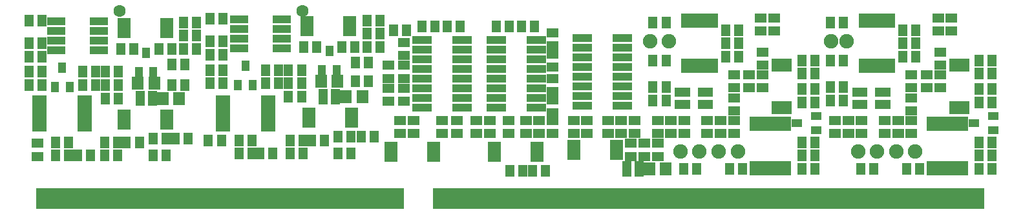
<source format=gts>
G04 #@! TF.FileFunction,Soldermask,Top*
%FSLAX46Y46*%
G04 Gerber Fmt 4.6, Leading zero omitted, Abs format (unit mm)*
G04 Created by KiCad (PCBNEW (2015-11-11 BZR 6310, Git 8f79b4f)-product) date 2016-01-24 11:52:22 AM*
%MOMM*%
G01*
G04 APERTURE LIST*
%ADD10C,0.100000*%
%ADD11R,1.543000X1.797000*%
%ADD12R,1.212800X1.543000*%
%ADD13R,1.543000X1.212800*%
%ADD14R,1.101040X1.400760*%
%ADD15R,1.400760X1.101040*%
%ADD16R,1.197560X0.798780*%
%ADD17R,0.798780X1.197560*%
%ADD18R,1.850000X0.850000*%
%ADD19R,0.850000X1.850000*%
%ADD20R,0.699720X1.700480*%
%ADD21R,2.398980X0.999440*%
%ADD22R,1.700480X0.699720*%
%ADD23R,0.850000X1.900000*%
%ADD24R,2.599640X0.999440*%
%ADD25R,1.200000X2.700000*%
%ADD26C,1.600000*%
%ADD27C,1.900000*%
G04 APERTURE END LIST*
D10*
D11*
X91420500Y-74000000D03*
X93579500Y-74000000D03*
D12*
X88750000Y-83500000D03*
X87048200Y-83500000D03*
X180100900Y-74750000D03*
X178399100Y-74750000D03*
X96298200Y-81250000D03*
X98000000Y-81250000D03*
D13*
X173250000Y-71600900D03*
X173250000Y-69899100D03*
X169500000Y-72899100D03*
X169500000Y-74600900D03*
D12*
X88850900Y-74250000D03*
X87149100Y-74250000D03*
X95850900Y-69500000D03*
X94149100Y-69500000D03*
X99100900Y-69500000D03*
X97399100Y-69500000D03*
X158899100Y-76250000D03*
X160600900Y-76250000D03*
D11*
X115420500Y-73750000D03*
X117579500Y-73750000D03*
D12*
X113100900Y-83250000D03*
X111399100Y-83250000D03*
X120649100Y-81000000D03*
X122350900Y-81000000D03*
X112850900Y-74000000D03*
X111149100Y-74000000D03*
X119850900Y-69250000D03*
X118149100Y-69250000D03*
X203350900Y-74750000D03*
X201649100Y-74750000D03*
X123100900Y-69250000D03*
X121399100Y-69250000D03*
D13*
X196500000Y-71600900D03*
X196500000Y-69899100D03*
X192750000Y-72899100D03*
X192750000Y-74600900D03*
D12*
X182149100Y-76250000D03*
X183850900Y-76250000D03*
D13*
X126250000Y-74649100D03*
X126250000Y-76350900D03*
X131250000Y-78899100D03*
X131250000Y-80600900D03*
X140000000Y-78899100D03*
X140000000Y-80600900D03*
X145750000Y-73399100D03*
X145750000Y-75100900D03*
X150250000Y-80600900D03*
X150250000Y-78899100D03*
X157750000Y-81899100D03*
X157750000Y-83600900D03*
D14*
X81500000Y-71980000D03*
X82452500Y-74520000D03*
X80547500Y-74520000D03*
X105500000Y-71730000D03*
X106452500Y-74270000D03*
X104547500Y-74270000D03*
X92500000Y-69980000D03*
X93452500Y-72520000D03*
X91547500Y-72520000D03*
D15*
X177730000Y-79250000D03*
X180270000Y-78297500D03*
X180270000Y-80202500D03*
D16*
X93297560Y-76647700D03*
X93297560Y-76000000D03*
X93297560Y-75352300D03*
X91702440Y-75352300D03*
X91702440Y-76000000D03*
X91702440Y-76647700D03*
D17*
X162102300Y-76797560D03*
X162750000Y-76797560D03*
X163397700Y-76797560D03*
X163397700Y-75202440D03*
X162750000Y-75202440D03*
X162102300Y-75202440D03*
X165102300Y-76797560D03*
X165750000Y-76797560D03*
X166397700Y-76797560D03*
X166397700Y-75202440D03*
X165750000Y-75202440D03*
X165102300Y-75202440D03*
D14*
X116500000Y-69730000D03*
X117452500Y-72270000D03*
X115547500Y-72270000D03*
D16*
X117297560Y-76397700D03*
X117297560Y-75750000D03*
X117297560Y-75102300D03*
X115702440Y-75102300D03*
X115702440Y-75750000D03*
X115702440Y-76397700D03*
D15*
X200980000Y-79250000D03*
X203520000Y-78297500D03*
X203520000Y-80202500D03*
D17*
X185352300Y-76797560D03*
X186000000Y-76797560D03*
X186647700Y-76797560D03*
X186647700Y-75202440D03*
X186000000Y-75202440D03*
X185352300Y-75202440D03*
X188352300Y-76797560D03*
X189000000Y-76797560D03*
X189647700Y-76797560D03*
X189647700Y-75202440D03*
X189000000Y-75202440D03*
X188352300Y-75202440D03*
D16*
X155452440Y-84602300D03*
X155452440Y-85250000D03*
X155452440Y-85897700D03*
X157047560Y-85897700D03*
X157047560Y-85250000D03*
X157047560Y-84602300D03*
D12*
X168399100Y-67000000D03*
X170100900Y-67000000D03*
X82350900Y-83500000D03*
X80649100Y-83500000D03*
X83500000Y-83500000D03*
X85201800Y-83500000D03*
X80649100Y-81750000D03*
X82350900Y-81750000D03*
X170100900Y-68750000D03*
X168399100Y-68750000D03*
X95899100Y-74250000D03*
X97600900Y-74250000D03*
D13*
X173000000Y-65399100D03*
X173000000Y-67100900D03*
D12*
X180100900Y-76500000D03*
X178399100Y-76500000D03*
X77149100Y-74250000D03*
X78850900Y-74250000D03*
X78850900Y-72500000D03*
X77149100Y-72500000D03*
D13*
X78250000Y-83600900D03*
X78250000Y-81899100D03*
D12*
X180100900Y-72750000D03*
X178399100Y-72750000D03*
X88850900Y-76000000D03*
X87149100Y-76000000D03*
D13*
X174750000Y-65399100D03*
X174750000Y-67100900D03*
D12*
X88750000Y-81750000D03*
X87048200Y-81750000D03*
X93399100Y-83500000D03*
X95100900Y-83500000D03*
X84149100Y-74250000D03*
X85850900Y-74250000D03*
X78850900Y-68750000D03*
X77149100Y-68750000D03*
X178399100Y-83500000D03*
X180100900Y-83500000D03*
X95100900Y-81250000D03*
X93399100Y-81250000D03*
X178399100Y-71000000D03*
X180100900Y-71000000D03*
X85850900Y-72500000D03*
X84149100Y-72500000D03*
X91600900Y-81750000D03*
X89899100Y-81750000D03*
X180100900Y-85250000D03*
X178399100Y-85250000D03*
X178399100Y-81750000D03*
X180100900Y-81750000D03*
X95899100Y-71500000D03*
X97600900Y-71500000D03*
X77149100Y-65750000D03*
X78850900Y-65750000D03*
X78850900Y-70500000D03*
X77149100Y-70500000D03*
X87149100Y-72500000D03*
X88850900Y-72500000D03*
X164600900Y-85250000D03*
X162899100Y-85250000D03*
D13*
X163000000Y-80600900D03*
X163000000Y-78899100D03*
X161250000Y-80600900D03*
X161250000Y-78899100D03*
X159500000Y-80600900D03*
X159500000Y-78899100D03*
D12*
X89149100Y-69500000D03*
X90850900Y-69500000D03*
X97399100Y-66000000D03*
X99100900Y-66000000D03*
X158899100Y-74500000D03*
X160600900Y-74500000D03*
X99100900Y-67750000D03*
X97399100Y-67750000D03*
X170600900Y-85250000D03*
X168899100Y-85250000D03*
D13*
X169500000Y-78899100D03*
X169500000Y-80600900D03*
D12*
X160600900Y-66000000D03*
X158899100Y-66000000D03*
D13*
X167750000Y-78899100D03*
X167750000Y-80600900D03*
X166000000Y-78899100D03*
X166000000Y-80600900D03*
D12*
X168399100Y-70500000D03*
X170100900Y-70500000D03*
X158899100Y-71000000D03*
X160600900Y-71000000D03*
D13*
X169500000Y-77600900D03*
X169500000Y-75899100D03*
X171500000Y-72899100D03*
X171500000Y-74600900D03*
D12*
X106350900Y-83250000D03*
X104649100Y-83250000D03*
D13*
X173250000Y-74600900D03*
X173250000Y-72899100D03*
D12*
X107399100Y-83250000D03*
X109100900Y-83250000D03*
X104649100Y-81500000D03*
X106350900Y-81500000D03*
X119899100Y-73750000D03*
X121600900Y-73750000D03*
X100899100Y-74000000D03*
X102600900Y-74000000D03*
X102600900Y-72250000D03*
X100899100Y-72250000D03*
X100649100Y-81500000D03*
X102350900Y-81500000D03*
X112850900Y-75750000D03*
X111149100Y-75750000D03*
X113100900Y-81500000D03*
X111399100Y-81500000D03*
X117649100Y-83250000D03*
X119350900Y-83250000D03*
X108149100Y-74000000D03*
X109850900Y-74000000D03*
X102600900Y-68500000D03*
X100899100Y-68500000D03*
X191649100Y-67000000D03*
X193350900Y-67000000D03*
X119350900Y-81000000D03*
X117649100Y-81000000D03*
X109850900Y-72250000D03*
X108149100Y-72250000D03*
X115850900Y-81500000D03*
X114149100Y-81500000D03*
X119899100Y-71250000D03*
X121600900Y-71250000D03*
X100899100Y-65500000D03*
X102600900Y-65500000D03*
X102600900Y-70250000D03*
X100899100Y-70250000D03*
X193350900Y-68750000D03*
X191649100Y-68750000D03*
X111149100Y-72250000D03*
X112850900Y-72250000D03*
D13*
X196250000Y-65399100D03*
X196250000Y-67100900D03*
D12*
X203350900Y-76500000D03*
X201649100Y-76500000D03*
X203350900Y-72750000D03*
X201649100Y-72750000D03*
D13*
X198000000Y-65399100D03*
X198000000Y-67100900D03*
D12*
X113149100Y-69250000D03*
X114850900Y-69250000D03*
X121399100Y-65750000D03*
X123100900Y-65750000D03*
X203350900Y-83500000D03*
X201649100Y-83500000D03*
X201649100Y-71000000D03*
X203350900Y-71000000D03*
X201649100Y-85250000D03*
X203350900Y-85250000D03*
X203350900Y-81750000D03*
X201649100Y-81750000D03*
X123100900Y-67500000D03*
X121399100Y-67500000D03*
X187850900Y-85250000D03*
X186149100Y-85250000D03*
D13*
X186250000Y-80600900D03*
X186250000Y-78899100D03*
X184500000Y-80600900D03*
X184500000Y-78899100D03*
X182750000Y-80600900D03*
X182750000Y-78899100D03*
D12*
X182149100Y-74500000D03*
X183850900Y-74500000D03*
X193850900Y-85250000D03*
X192149100Y-85250000D03*
D13*
X192750000Y-78899100D03*
X192750000Y-80600900D03*
D12*
X183850900Y-66000000D03*
X182149100Y-66000000D03*
D13*
X191000000Y-78899100D03*
X191000000Y-80600900D03*
X189250000Y-78899100D03*
X189250000Y-80600900D03*
D12*
X191649100Y-70500000D03*
X193350900Y-70500000D03*
X182149100Y-71000000D03*
X183850900Y-71000000D03*
D13*
X192750000Y-77600900D03*
X192750000Y-75899100D03*
X194750000Y-72899100D03*
X194750000Y-74600900D03*
X196500000Y-74600900D03*
X196500000Y-72899100D03*
X145750000Y-67399100D03*
X145750000Y-69100900D03*
D12*
X124899100Y-67000000D03*
X126600900Y-67000000D03*
X128649100Y-66500000D03*
X130350900Y-66500000D03*
X133600900Y-66500000D03*
X131899100Y-66500000D03*
X138399100Y-66500000D03*
X140100900Y-66500000D03*
X143350900Y-66500000D03*
X141649100Y-66500000D03*
D13*
X126250000Y-70350900D03*
X126250000Y-68649100D03*
X145750000Y-70149100D03*
X145750000Y-71850900D03*
X124250000Y-71649100D03*
X124250000Y-73350900D03*
X125750000Y-78899100D03*
X125750000Y-80600900D03*
X135750000Y-78899100D03*
X135750000Y-80600900D03*
X144000000Y-78899100D03*
X144000000Y-80600900D03*
D12*
X141850900Y-85500000D03*
X140149100Y-85500000D03*
X144850900Y-85500000D03*
X143149100Y-85500000D03*
D13*
X126250000Y-71649100D03*
X126250000Y-73350900D03*
X127500000Y-80600900D03*
X127500000Y-78899100D03*
X137500000Y-80600900D03*
X137500000Y-78899100D03*
X145750000Y-76149100D03*
X145750000Y-77850900D03*
X124250000Y-76350900D03*
X124250000Y-74649100D03*
X133250000Y-80600900D03*
X133250000Y-78899100D03*
X142250000Y-80600900D03*
X142250000Y-78899100D03*
X145750000Y-80600900D03*
X145750000Y-78899100D03*
D11*
X158420500Y-85250000D03*
X160579500Y-85250000D03*
D13*
X153000000Y-78899100D03*
X153000000Y-80600900D03*
X156000000Y-83600900D03*
X156000000Y-81899100D03*
X148500000Y-80600900D03*
X148500000Y-78899100D03*
X156500000Y-78899100D03*
X156500000Y-80600900D03*
X154750000Y-78899100D03*
X154750000Y-80600900D03*
X159500000Y-83600900D03*
X159500000Y-81899100D03*
D11*
X96829500Y-76000000D03*
X94670500Y-76000000D03*
X120829500Y-75750000D03*
X118670500Y-75750000D03*
D18*
X78550000Y-76050000D03*
X78550000Y-76700000D03*
X78550000Y-77350000D03*
X78550000Y-78000000D03*
X78550000Y-78650000D03*
X78550000Y-79300000D03*
X78550000Y-79950000D03*
X84450000Y-79950000D03*
X84450000Y-79300000D03*
X84450000Y-78650000D03*
X84450000Y-78000000D03*
X84450000Y-77350000D03*
X84450000Y-76700000D03*
X84450000Y-76050000D03*
D19*
X163050000Y-71700000D03*
X163700000Y-71700000D03*
X164350000Y-71700000D03*
X165000000Y-71700000D03*
X165650000Y-71700000D03*
X166300000Y-71700000D03*
X166950000Y-71700000D03*
X166950000Y-65800000D03*
X166300000Y-65800000D03*
X165650000Y-65800000D03*
X165000000Y-65800000D03*
X164350000Y-65800000D03*
X163700000Y-65800000D03*
X163050000Y-65800000D03*
D20*
X174794600Y-77194000D03*
X175429600Y-77194000D03*
X176090000Y-77194000D03*
X176725000Y-77194000D03*
X176725000Y-71606000D03*
X176077300Y-71606000D03*
X175429600Y-71606000D03*
X174781900Y-71606000D03*
D21*
X86294000Y-69655000D03*
X86294000Y-68385000D03*
X86294000Y-67115000D03*
X86294000Y-65845000D03*
X80706000Y-65845000D03*
X80706000Y-67115000D03*
X80706000Y-68385000D03*
X80706000Y-69655000D03*
D22*
X95194000Y-79705400D03*
X95194000Y-79070400D03*
X95194000Y-78410000D03*
X95194000Y-77775000D03*
X89606000Y-77775000D03*
X89606000Y-78422700D03*
X89606000Y-79070400D03*
X89606000Y-79718100D03*
X95194000Y-67705400D03*
X95194000Y-67070400D03*
X95194000Y-66410000D03*
X95194000Y-65775000D03*
X89606000Y-65775000D03*
X89606000Y-66422700D03*
X89606000Y-67070400D03*
X89606000Y-67718100D03*
D23*
X171975000Y-85200000D03*
X172625000Y-85200000D03*
X173275000Y-85200000D03*
X173925000Y-85200000D03*
X174575000Y-85200000D03*
X175225000Y-85200000D03*
X175875000Y-85200000D03*
X176525000Y-85200000D03*
X176525000Y-79300000D03*
X175875000Y-79300000D03*
X175225000Y-79300000D03*
X174575000Y-79300000D03*
X173925000Y-79300000D03*
X173275000Y-79300000D03*
X172625000Y-79300000D03*
X171975000Y-79300000D03*
D18*
X102550000Y-76050000D03*
X102550000Y-76700000D03*
X102550000Y-77350000D03*
X102550000Y-78000000D03*
X102550000Y-78650000D03*
X102550000Y-79300000D03*
X102550000Y-79950000D03*
X108450000Y-79950000D03*
X108450000Y-79300000D03*
X108450000Y-78650000D03*
X108450000Y-78000000D03*
X108450000Y-77350000D03*
X108450000Y-76700000D03*
X108450000Y-76050000D03*
D21*
X110294000Y-69405000D03*
X110294000Y-68135000D03*
X110294000Y-66865000D03*
X110294000Y-65595000D03*
X104706000Y-65595000D03*
X104706000Y-66865000D03*
X104706000Y-68135000D03*
X104706000Y-69405000D03*
D22*
X119444000Y-79455400D03*
X119444000Y-78820400D03*
X119444000Y-78160000D03*
X119444000Y-77525000D03*
X113856000Y-77525000D03*
X113856000Y-78172700D03*
X113856000Y-78820400D03*
X113856000Y-79468100D03*
D19*
X186300000Y-71700000D03*
X186950000Y-71700000D03*
X187600000Y-71700000D03*
X188250000Y-71700000D03*
X188900000Y-71700000D03*
X189550000Y-71700000D03*
X190200000Y-71700000D03*
X190200000Y-65800000D03*
X189550000Y-65800000D03*
X188900000Y-65800000D03*
X188250000Y-65800000D03*
X187600000Y-65800000D03*
X186950000Y-65800000D03*
X186300000Y-65800000D03*
D20*
X198044600Y-77194000D03*
X198679600Y-77194000D03*
X199340000Y-77194000D03*
X199975000Y-77194000D03*
X199975000Y-71606000D03*
X199327300Y-71606000D03*
X198679600Y-71606000D03*
X198031900Y-71606000D03*
D22*
X119194000Y-67455400D03*
X119194000Y-66820400D03*
X119194000Y-66160000D03*
X119194000Y-65525000D03*
X113606000Y-65525000D03*
X113606000Y-66172700D03*
X113606000Y-66820400D03*
X113606000Y-67468100D03*
D23*
X195225000Y-85200000D03*
X195875000Y-85200000D03*
X196525000Y-85200000D03*
X197175000Y-85200000D03*
X197825000Y-85200000D03*
X198475000Y-85200000D03*
X199125000Y-85200000D03*
X199775000Y-85200000D03*
X199775000Y-79300000D03*
X199125000Y-79300000D03*
X198475000Y-79300000D03*
X197825000Y-79300000D03*
X197175000Y-79300000D03*
X196525000Y-79300000D03*
X195875000Y-79300000D03*
X195225000Y-79300000D03*
D22*
X130194000Y-83955400D03*
X130194000Y-83320400D03*
X130194000Y-82660000D03*
X130194000Y-82025000D03*
X124606000Y-82025000D03*
X124606000Y-82672700D03*
X124606000Y-83320400D03*
X124606000Y-83968100D03*
X143694000Y-83955400D03*
X143694000Y-83320400D03*
X143694000Y-82660000D03*
X143694000Y-82025000D03*
X138106000Y-82025000D03*
X138106000Y-82672700D03*
X138106000Y-83320400D03*
X138106000Y-83968100D03*
D24*
X128651580Y-68305000D03*
X128651580Y-69575000D03*
X128651580Y-70845000D03*
X128651580Y-72115000D03*
X128651580Y-73385000D03*
X128651580Y-74655000D03*
X128651580Y-75925000D03*
X128651580Y-77195000D03*
X133848420Y-77195000D03*
X133848420Y-75925000D03*
X133848420Y-74655000D03*
X133848420Y-73385000D03*
X133848420Y-72115000D03*
X133848420Y-70845000D03*
X133848420Y-69575000D03*
X133848420Y-68305000D03*
X138401580Y-68305000D03*
X138401580Y-69575000D03*
X138401580Y-70845000D03*
X138401580Y-72115000D03*
X138401580Y-73385000D03*
X138401580Y-74655000D03*
X138401580Y-75925000D03*
X138401580Y-77195000D03*
X143598420Y-77195000D03*
X143598420Y-75925000D03*
X143598420Y-74655000D03*
X143598420Y-73385000D03*
X143598420Y-72115000D03*
X143598420Y-70845000D03*
X143598420Y-69575000D03*
X143598420Y-68305000D03*
X149651580Y-68055000D03*
X149651580Y-69325000D03*
X149651580Y-70595000D03*
X149651580Y-71865000D03*
X149651580Y-73135000D03*
X149651580Y-74405000D03*
X149651580Y-75675000D03*
X149651580Y-76945000D03*
X154848420Y-76945000D03*
X154848420Y-75675000D03*
X154848420Y-74405000D03*
X154848420Y-73135000D03*
X154848420Y-71865000D03*
X154848420Y-70595000D03*
X154848420Y-69325000D03*
X154848420Y-68055000D03*
D22*
X148556000Y-81794600D03*
X148556000Y-82429600D03*
X148556000Y-83090000D03*
X148556000Y-83725000D03*
X154144000Y-83725000D03*
X154144000Y-83077300D03*
X154144000Y-82429600D03*
X154144000Y-81781900D03*
D25*
X177675000Y-89150000D03*
X176675000Y-89150000D03*
X175675000Y-89150000D03*
X174675000Y-89150000D03*
X173675000Y-89150000D03*
X172675000Y-89150000D03*
X171675000Y-89150000D03*
X170675000Y-89150000D03*
X169675000Y-89150000D03*
X168675000Y-89150000D03*
X167675000Y-89150000D03*
X166675000Y-89150000D03*
X165675000Y-89150000D03*
X164675000Y-89150000D03*
X163675000Y-89150000D03*
X162675000Y-89150000D03*
X145675000Y-89150000D03*
X144675000Y-89150000D03*
X143675000Y-89150000D03*
X142675000Y-89150000D03*
X141675000Y-89150000D03*
X140675000Y-89150000D03*
X139675000Y-89150000D03*
X138675000Y-89150000D03*
X137675000Y-89150000D03*
X136675000Y-89150000D03*
X135675000Y-89150000D03*
X134675000Y-89150000D03*
X133675000Y-89150000D03*
X132675000Y-89150000D03*
X131675000Y-89150000D03*
X130675000Y-89150000D03*
X146675000Y-89150000D03*
X147675000Y-89150000D03*
X148675000Y-89150000D03*
X149675000Y-89150000D03*
X150675000Y-89150000D03*
X151675000Y-89150000D03*
X152675000Y-89150000D03*
X153675000Y-89150000D03*
X154675000Y-89150000D03*
X155675000Y-89150000D03*
X156675000Y-89150000D03*
X157675000Y-89150000D03*
X158675000Y-89150000D03*
X159675000Y-89150000D03*
X160675000Y-89150000D03*
X161675000Y-89150000D03*
X109675000Y-89150000D03*
X108675000Y-89150000D03*
X107675000Y-89150000D03*
X106675000Y-89150000D03*
X105675000Y-89150000D03*
X104675000Y-89150000D03*
X103675000Y-89150000D03*
X102675000Y-89150000D03*
X101675000Y-89150000D03*
X100675000Y-89150000D03*
X99675000Y-89150000D03*
X98675000Y-89150000D03*
X97675000Y-89150000D03*
X96675000Y-89150000D03*
X95675000Y-89150000D03*
X94675000Y-89150000D03*
X163675000Y-89150000D03*
X162675000Y-89150000D03*
X161675000Y-89150000D03*
X160675000Y-89150000D03*
X159675000Y-89150000D03*
X158675000Y-89150000D03*
X157675000Y-89150000D03*
X156675000Y-89150000D03*
X155675000Y-89150000D03*
X154675000Y-89150000D03*
X153675000Y-89150000D03*
X190675000Y-89150000D03*
X191675000Y-89150000D03*
X192675000Y-89150000D03*
X193675000Y-89150000D03*
X194675000Y-89150000D03*
X195675000Y-89150000D03*
X196675000Y-89150000D03*
X197675000Y-89150000D03*
X198675000Y-89150000D03*
X199675000Y-89150000D03*
X200675000Y-89150000D03*
X164675000Y-89150000D03*
X165675000Y-89150000D03*
X166675000Y-89150000D03*
X167675000Y-89150000D03*
X168675000Y-89150000D03*
X169675000Y-89150000D03*
X170675000Y-89150000D03*
X171675000Y-89150000D03*
X172675000Y-89150000D03*
X173675000Y-89150000D03*
X174675000Y-89150000D03*
X189675000Y-89150000D03*
X188675000Y-89150000D03*
X187675000Y-89150000D03*
X186675000Y-89150000D03*
X185675000Y-89150000D03*
X184675000Y-89150000D03*
X183675000Y-89150000D03*
X182675000Y-89150000D03*
X181675000Y-89150000D03*
X180675000Y-89150000D03*
X179675000Y-89150000D03*
X175675000Y-89150000D03*
X176675000Y-89150000D03*
X177675000Y-89150000D03*
X178675000Y-89150000D03*
X103675000Y-89150000D03*
X102675000Y-89150000D03*
X101675000Y-89150000D03*
X100675000Y-89150000D03*
X104675000Y-89150000D03*
X105675000Y-89150000D03*
X106675000Y-89150000D03*
X107675000Y-89150000D03*
X108675000Y-89150000D03*
X109675000Y-89150000D03*
X110675000Y-89150000D03*
X111675000Y-89150000D03*
X112675000Y-89150000D03*
X113675000Y-89150000D03*
X114675000Y-89150000D03*
X99675000Y-89150000D03*
X98675000Y-89150000D03*
X97675000Y-89150000D03*
X96675000Y-89150000D03*
X95675000Y-89150000D03*
X94675000Y-89150000D03*
X93675000Y-89150000D03*
X92675000Y-89150000D03*
X91675000Y-89150000D03*
X90675000Y-89150000D03*
X89675000Y-89150000D03*
X125675000Y-89150000D03*
X130675000Y-89150000D03*
X124675000Y-89150000D03*
X123675000Y-89150000D03*
X122675000Y-89150000D03*
X121675000Y-89150000D03*
X120675000Y-89150000D03*
X119675000Y-89150000D03*
X118675000Y-89150000D03*
X117675000Y-89150000D03*
X116675000Y-89150000D03*
X115675000Y-89150000D03*
X78675000Y-89150000D03*
X79675000Y-89150000D03*
X80675000Y-89150000D03*
X81675000Y-89150000D03*
X82675000Y-89150000D03*
X83675000Y-89150000D03*
X84675000Y-89150000D03*
X85675000Y-89150000D03*
X86675000Y-89150000D03*
X87675000Y-89150000D03*
X88675000Y-89150000D03*
X201675000Y-89150000D03*
X131675000Y-89150000D03*
X132675000Y-89150000D03*
X133675000Y-89150000D03*
X134675000Y-89150000D03*
X135675000Y-89150000D03*
X136675000Y-89150000D03*
X137675000Y-89150000D03*
X138675000Y-89150000D03*
X139675000Y-89150000D03*
X140675000Y-89150000D03*
X141675000Y-89150000D03*
X142675000Y-89150000D03*
X143675000Y-89150000D03*
X144675000Y-89150000D03*
X145675000Y-89150000D03*
X146675000Y-89150000D03*
X147675000Y-89150000D03*
X148675000Y-89150000D03*
X149675000Y-89150000D03*
X150675000Y-89150000D03*
X151675000Y-89150000D03*
X152675000Y-89150000D03*
X78675000Y-89150000D03*
X79675000Y-89150000D03*
X80675000Y-89150000D03*
X81675000Y-89150000D03*
X82675000Y-89150000D03*
X83675000Y-89150000D03*
X84675000Y-89150000D03*
X85675000Y-89150000D03*
X86675000Y-89150000D03*
X87675000Y-89150000D03*
X88675000Y-89150000D03*
X89675000Y-89150000D03*
X90675000Y-89150000D03*
X91675000Y-89150000D03*
X92675000Y-89150000D03*
X93675000Y-89150000D03*
X110675000Y-89150000D03*
X111675000Y-89150000D03*
X112675000Y-89150000D03*
X113675000Y-89150000D03*
X114675000Y-89150000D03*
X115675000Y-89150000D03*
X116675000Y-89150000D03*
X117675000Y-89150000D03*
X118675000Y-89150000D03*
X119675000Y-89150000D03*
X120675000Y-89150000D03*
X121675000Y-89150000D03*
X122675000Y-89150000D03*
X123675000Y-89150000D03*
X124675000Y-89150000D03*
X125675000Y-89150000D03*
X178675000Y-89150000D03*
X179675000Y-89150000D03*
X180675000Y-89150000D03*
X181675000Y-89150000D03*
X182675000Y-89150000D03*
X183675000Y-89150000D03*
X184675000Y-89150000D03*
X185675000Y-89150000D03*
X186675000Y-89150000D03*
X187675000Y-89150000D03*
X188675000Y-89150000D03*
X189675000Y-89150000D03*
X190675000Y-89150000D03*
X191675000Y-89150000D03*
X192675000Y-89150000D03*
X193675000Y-89150000D03*
X194675000Y-89150000D03*
X195675000Y-89150000D03*
X196675000Y-89150000D03*
X197675000Y-89150000D03*
X198675000Y-89150000D03*
X199675000Y-89150000D03*
X200675000Y-89150000D03*
X201675000Y-89150000D03*
D26*
X89000000Y-64500000D03*
X113000000Y-64500000D03*
D27*
X184250000Y-68500000D03*
X182250000Y-68500000D03*
X190750000Y-83000000D03*
X193250000Y-83000000D03*
X188250000Y-83000000D03*
X185750000Y-83000000D03*
X161000000Y-68500000D03*
X158500000Y-68500000D03*
X167500000Y-83000000D03*
X170000000Y-83000000D03*
X165000000Y-83000000D03*
X162500000Y-83000000D03*
M02*

</source>
